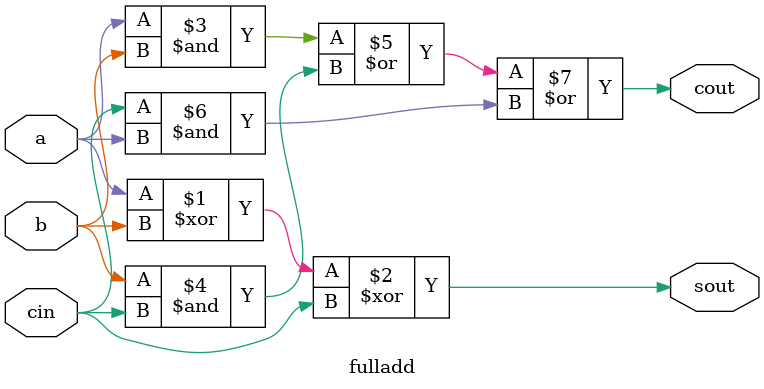
<source format=v>
module rcaadd(output sout,cout,input [3:0]a,b,input cin );

wire c1,c2,c3,s1,s2,s3;

fulladd u1(s1,c1,a[0],b[0],cin);
fulladd u2(s2,c2,a[1],b[1],c1);
fulladd u3(s3,c3,a[2],b[2],c2);
fulladd u4(sout,cout,a[3],b[3],c3);

endmodule

module fulladd(output sout,cout,input a,b,input cin);

 assign sout = a^b^cin;
 assign cout = a&b|b&cin|cin&a;

endmodule
</source>
